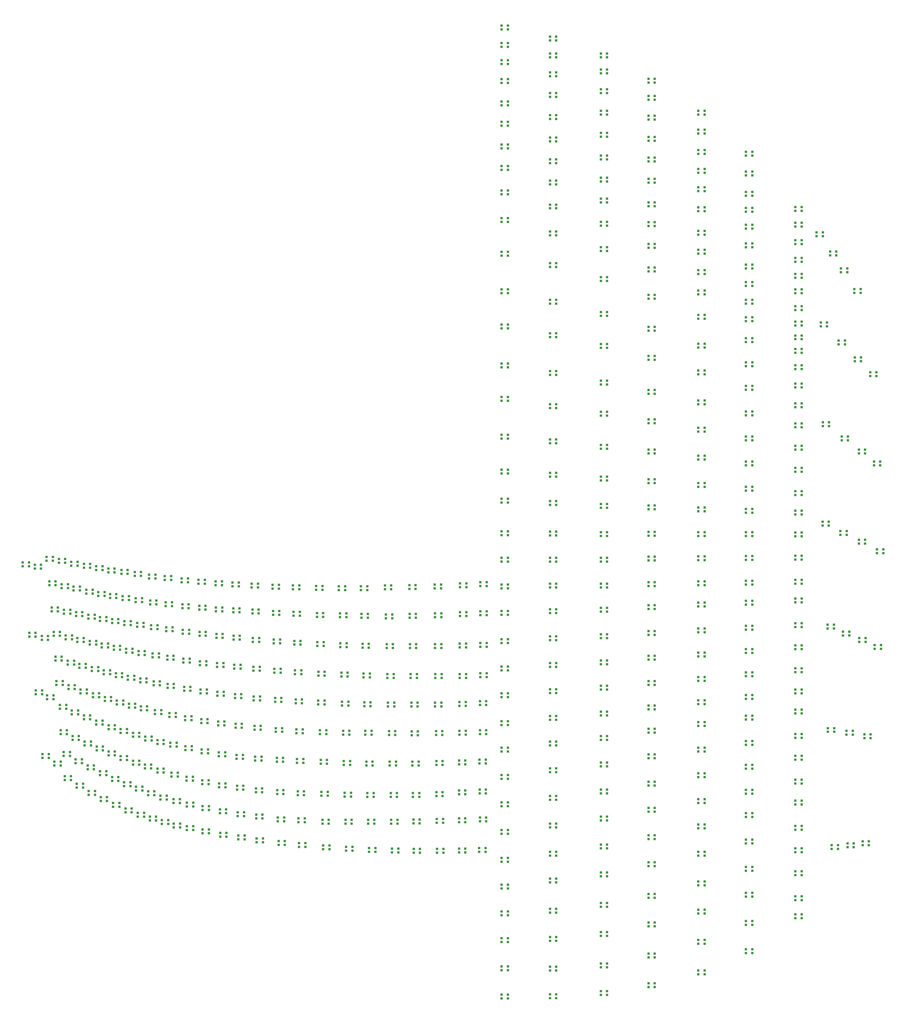
<source format=gtp>
G04 #@! TF.GenerationSoftware,KiCad,Pcbnew,(6.0.2)*
G04 #@! TF.CreationDate,2022-05-17T12:07:46-07:00*
G04 #@! TF.ProjectId,DaftPunkBackLayerBoard,44616674-5075-46e6-9b42-61636b4c6179,rev?*
G04 #@! TF.SameCoordinates,Original*
G04 #@! TF.FileFunction,Paste,Top*
G04 #@! TF.FilePolarity,Positive*
%FSLAX46Y46*%
G04 Gerber Fmt 4.6, Leading zero omitted, Abs format (unit mm)*
G04 Created by KiCad (PCBNEW (6.0.2)) date 2022-05-17 12:07:46*
%MOMM*%
%LPD*%
G01*
G04 APERTURE LIST*
%ADD10R,0.700000X0.700000*%
G04 APERTURE END LIST*
D10*
X75715000Y-262550000D03*
X75715000Y-261450000D03*
X73885000Y-261450000D03*
X73885000Y-262550000D03*
X277215000Y-308950000D03*
X277215000Y-307850000D03*
X275385000Y-307850000D03*
X275385000Y-308950000D03*
X234915000Y-79450000D03*
X234915000Y-78350000D03*
X233085000Y-78350000D03*
X233085000Y-79450000D03*
X124015000Y-283250000D03*
X124015000Y-282150000D03*
X122185000Y-282150000D03*
X122185000Y-283250000D03*
X234915000Y-160650000D03*
X234915000Y-159550000D03*
X233085000Y-159550000D03*
X233085000Y-160650000D03*
X172715000Y-237050000D03*
X172715000Y-235950000D03*
X170885000Y-235950000D03*
X170885000Y-237050000D03*
X89015000Y-220450000D03*
X89015000Y-219350000D03*
X87185000Y-219350000D03*
X87185000Y-220450000D03*
X220115000Y-233850000D03*
X220115000Y-232750000D03*
X218285000Y-232750000D03*
X218285000Y-233850000D03*
X85615000Y-219750000D03*
X85615000Y-218650000D03*
X83785000Y-218650000D03*
X83785000Y-219750000D03*
X291615000Y-158250000D03*
X291615000Y-157150000D03*
X289785000Y-157150000D03*
X289785000Y-158250000D03*
X291615000Y-195850000D03*
X291615000Y-194750000D03*
X289785000Y-194750000D03*
X289785000Y-195850000D03*
X291615000Y-222250000D03*
X291615000Y-221150000D03*
X289785000Y-221150000D03*
X289785000Y-222250000D03*
X152198522Y-219250000D03*
X152198522Y-218150000D03*
X150368522Y-218150000D03*
X150368522Y-219250000D03*
X263315000Y-125350000D03*
X263315000Y-124250000D03*
X261485000Y-124250000D03*
X261485000Y-125350000D03*
X291615000Y-235350000D03*
X291615000Y-234250000D03*
X289785000Y-234250000D03*
X289785000Y-235350000D03*
X220115000Y-305350000D03*
X220115000Y-304250000D03*
X218285000Y-304250000D03*
X218285000Y-305350000D03*
X277215000Y-122950000D03*
X277215000Y-121850000D03*
X275385000Y-121850000D03*
X275385000Y-122950000D03*
X277215000Y-243150000D03*
X277215000Y-242050000D03*
X275385000Y-242050000D03*
X275385000Y-243150000D03*
X99115000Y-207350000D03*
X99115000Y-206250000D03*
X97285000Y-206250000D03*
X97285000Y-207350000D03*
X146015000Y-244450000D03*
X146015000Y-243350000D03*
X144185000Y-243350000D03*
X144185000Y-244450000D03*
X92515000Y-221050000D03*
X92515000Y-219950000D03*
X90685000Y-219950000D03*
X90685000Y-221050000D03*
X304915000Y-118950000D03*
X304915000Y-117850000D03*
X303085000Y-117850000D03*
X303085000Y-118950000D03*
X206015000Y-53350000D03*
X206015000Y-52250000D03*
X204185000Y-52250000D03*
X204185000Y-53350000D03*
X263315000Y-223750000D03*
X263315000Y-222650000D03*
X261485000Y-222650000D03*
X261485000Y-223750000D03*
X220115000Y-56350000D03*
X220115000Y-55250000D03*
X218285000Y-55250000D03*
X218285000Y-56350000D03*
X96115000Y-221650000D03*
X96115000Y-220550000D03*
X94285000Y-220550000D03*
X94285000Y-221650000D03*
X133215000Y-210750000D03*
X133215000Y-209650000D03*
X131385000Y-209650000D03*
X131385000Y-210750000D03*
X75515000Y-224750000D03*
X75515000Y-223650000D03*
X73685000Y-223650000D03*
X73685000Y-224750000D03*
X234915000Y-210750000D03*
X234915000Y-209650000D03*
X233085000Y-209650000D03*
X233085000Y-210750000D03*
X291615000Y-142350000D03*
X291615000Y-141250000D03*
X289785000Y-141250000D03*
X289785000Y-142350000D03*
X234915000Y-105350000D03*
X234915000Y-104250000D03*
X233085000Y-104250000D03*
X233085000Y-105350000D03*
X76015000Y-231950000D03*
X76015000Y-230850000D03*
X74185000Y-230850000D03*
X74185000Y-231950000D03*
X145415000Y-218950000D03*
X145415000Y-217850000D03*
X143585000Y-217850000D03*
X143585000Y-218950000D03*
X193815000Y-228150000D03*
X193815000Y-227050000D03*
X191985000Y-227050000D03*
X191985000Y-228150000D03*
X206015000Y-266450000D03*
X206015000Y-265350000D03*
X204185000Y-265350000D03*
X204185000Y-266450000D03*
X234915000Y-61050000D03*
X234915000Y-59950000D03*
X233085000Y-59950000D03*
X233085000Y-61050000D03*
X263315000Y-188550000D03*
X263315000Y-187450000D03*
X261485000Y-187450000D03*
X261485000Y-188550000D03*
X234915000Y-217750000D03*
X234915000Y-216650000D03*
X233085000Y-216650000D03*
X233085000Y-217750000D03*
X310115000Y-197950000D03*
X310115000Y-196850000D03*
X308285000Y-196850000D03*
X308285000Y-197950000D03*
X277215000Y-111650000D03*
X277215000Y-110550000D03*
X275385000Y-110550000D03*
X275385000Y-111650000D03*
X291615000Y-147150000D03*
X291615000Y-146050000D03*
X289785000Y-146050000D03*
X289785000Y-147150000D03*
X179815000Y-253750000D03*
X179815000Y-252650000D03*
X177985000Y-252650000D03*
X177985000Y-253750000D03*
X220115000Y-168750000D03*
X220115000Y-167650000D03*
X218285000Y-167650000D03*
X218285000Y-168750000D03*
X234915000Y-255050000D03*
X234915000Y-253950000D03*
X233085000Y-253950000D03*
X233085000Y-255050000D03*
X248815000Y-162850000D03*
X248815000Y-161750000D03*
X246985000Y-161750000D03*
X246985000Y-162850000D03*
X291615000Y-152450000D03*
X291615000Y-151350000D03*
X289785000Y-151350000D03*
X289785000Y-152450000D03*
X123915000Y-276450000D03*
X123915000Y-275350000D03*
X122085000Y-275350000D03*
X122085000Y-276450000D03*
X114315000Y-281350000D03*
X114315000Y-280250000D03*
X112485000Y-280250000D03*
X112485000Y-281350000D03*
X89515000Y-228150000D03*
X89515000Y-227050000D03*
X87685000Y-227050000D03*
X87685000Y-228150000D03*
X73598522Y-243250000D03*
X73598522Y-242150000D03*
X71768522Y-242150000D03*
X71768522Y-243250000D03*
X186715000Y-237050000D03*
X186715000Y-235950000D03*
X184885000Y-235950000D03*
X184885000Y-237050000D03*
X248815000Y-291850000D03*
X248815000Y-290750000D03*
X246985000Y-290750000D03*
X246985000Y-291850000D03*
X291615000Y-129950000D03*
X291615000Y-128850000D03*
X289785000Y-128850000D03*
X289785000Y-129950000D03*
X98598522Y-262250000D03*
X98598522Y-261150000D03*
X96768522Y-261150000D03*
X96768522Y-262250000D03*
X172315000Y-219650000D03*
X172315000Y-218550000D03*
X170485000Y-218550000D03*
X170485000Y-219650000D03*
X113015000Y-216750000D03*
X113015000Y-215650000D03*
X111185000Y-215650000D03*
X111185000Y-216750000D03*
X79015000Y-225750000D03*
X79015000Y-224650000D03*
X77185000Y-224650000D03*
X77185000Y-225750000D03*
X118915000Y-275450000D03*
X118915000Y-274350000D03*
X117085000Y-274350000D03*
X117085000Y-275450000D03*
X113298522Y-232550000D03*
X113298522Y-231450000D03*
X111468522Y-231450000D03*
X111468522Y-232550000D03*
X83015000Y-234050000D03*
X83015000Y-232950000D03*
X81185000Y-232950000D03*
X81185000Y-234050000D03*
X263315000Y-210050000D03*
X263315000Y-208950000D03*
X261485000Y-208950000D03*
X261485000Y-210050000D03*
X109815000Y-265750000D03*
X109815000Y-264650000D03*
X107985000Y-264650000D03*
X107985000Y-265750000D03*
X220115000Y-218150000D03*
X220115000Y-217050000D03*
X218285000Y-217050000D03*
X218285000Y-218150000D03*
X193715000Y-253550000D03*
X193715000Y-252450000D03*
X191885000Y-252450000D03*
X191885000Y-253550000D03*
X206015000Y-298350000D03*
X206015000Y-297250000D03*
X204185000Y-297250000D03*
X204185000Y-298350000D03*
X199815000Y-236750000D03*
X199815000Y-235650000D03*
X197985000Y-235650000D03*
X197985000Y-236750000D03*
X220115000Y-210750000D03*
X220115000Y-209650000D03*
X218285000Y-209650000D03*
X218285000Y-210750000D03*
X146815000Y-279050000D03*
X146815000Y-277950000D03*
X144985000Y-277950000D03*
X144985000Y-279050000D03*
X263315000Y-251050000D03*
X263315000Y-249950000D03*
X261485000Y-249950000D03*
X261485000Y-251050000D03*
X234915000Y-66750000D03*
X234915000Y-65650000D03*
X233085000Y-65650000D03*
X233085000Y-66750000D03*
X277215000Y-285250000D03*
X277215000Y-284150000D03*
X275385000Y-284150000D03*
X275385000Y-285250000D03*
X220115000Y-186650000D03*
X220115000Y-185550000D03*
X218285000Y-185550000D03*
X218285000Y-186650000D03*
X234915000Y-131650000D03*
X234915000Y-130550000D03*
X233085000Y-130550000D03*
X233085000Y-131650000D03*
X291615000Y-164050000D03*
X291615000Y-162950000D03*
X289785000Y-162950000D03*
X289785000Y-164050000D03*
X77315000Y-246050000D03*
X77315000Y-244950000D03*
X75485000Y-244950000D03*
X75485000Y-246050000D03*
X187215000Y-287950000D03*
X187215000Y-286850000D03*
X185385000Y-286850000D03*
X185385000Y-287950000D03*
X248815000Y-111850000D03*
X248815000Y-110750000D03*
X246985000Y-110750000D03*
X246985000Y-111850000D03*
X206015000Y-156350000D03*
X206015000Y-155250000D03*
X204185000Y-155250000D03*
X204185000Y-156350000D03*
X172915000Y-245350000D03*
X172915000Y-244250000D03*
X171085000Y-244250000D03*
X171085000Y-245350000D03*
X291615000Y-228650000D03*
X291615000Y-227550000D03*
X289785000Y-227550000D03*
X289785000Y-228650000D03*
X291615000Y-267750000D03*
X291615000Y-266650000D03*
X289785000Y-266650000D03*
X289785000Y-267750000D03*
X263315000Y-73050000D03*
X263315000Y-71950000D03*
X261485000Y-71950000D03*
X261485000Y-73050000D03*
X220115000Y-51450000D03*
X220115000Y-50350000D03*
X218285000Y-50350000D03*
X218285000Y-51450000D03*
X206015000Y-76250000D03*
X206015000Y-75150000D03*
X204185000Y-75150000D03*
X204185000Y-76250000D03*
X98598522Y-254150000D03*
X98598522Y-253050000D03*
X96768522Y-253050000D03*
X96768522Y-254150000D03*
X206015000Y-125050000D03*
X206015000Y-123950000D03*
X204185000Y-123950000D03*
X204185000Y-125050000D03*
X108115000Y-216150000D03*
X108115000Y-215050000D03*
X106285000Y-215050000D03*
X106285000Y-216150000D03*
X112815000Y-209150000D03*
X112815000Y-208050000D03*
X110985000Y-208050000D03*
X110985000Y-209150000D03*
X291615000Y-260850000D03*
X291615000Y-259750000D03*
X289785000Y-259750000D03*
X289785000Y-260850000D03*
X186615000Y-228350000D03*
X186615000Y-227250000D03*
X184785000Y-227250000D03*
X184785000Y-228350000D03*
X291615000Y-189450000D03*
X291615000Y-188350000D03*
X289785000Y-188350000D03*
X289785000Y-189450000D03*
X277215000Y-139250000D03*
X277215000Y-138150000D03*
X275385000Y-138150000D03*
X275385000Y-139250000D03*
X263315000Y-140850000D03*
X263315000Y-139750000D03*
X261485000Y-139750000D03*
X261485000Y-140850000D03*
X234915000Y-179550000D03*
X234915000Y-178450000D03*
X233085000Y-178450000D03*
X233085000Y-179550000D03*
X140615000Y-270850000D03*
X140615000Y-269750000D03*
X138785000Y-269750000D03*
X138785000Y-270850000D03*
X234915000Y-112750000D03*
X234915000Y-111650000D03*
X233085000Y-111650000D03*
X233085000Y-112750000D03*
X206015000Y-258450000D03*
X206015000Y-257350000D03*
X204185000Y-257350000D03*
X204185000Y-258450000D03*
X123115000Y-233850000D03*
X123115000Y-232750000D03*
X121285000Y-232750000D03*
X121285000Y-233850000D03*
X220115000Y-249250000D03*
X220115000Y-248150000D03*
X218285000Y-248150000D03*
X218285000Y-249250000D03*
X206015000Y-82850000D03*
X206015000Y-81750000D03*
X204185000Y-81750000D03*
X204185000Y-82850000D03*
X102215000Y-255250000D03*
X102215000Y-254150000D03*
X100385000Y-254150000D03*
X100385000Y-255250000D03*
X82215000Y-268950000D03*
X82215000Y-267850000D03*
X80385000Y-267850000D03*
X80385000Y-268950000D03*
X159515000Y-245050000D03*
X159515000Y-243950000D03*
X157685000Y-243950000D03*
X157685000Y-245050000D03*
X220115000Y-108150000D03*
X220115000Y-107050000D03*
X218285000Y-107050000D03*
X218285000Y-108150000D03*
X133815000Y-243550000D03*
X133815000Y-242450000D03*
X131985000Y-242450000D03*
X131985000Y-243550000D03*
X277215000Y-209850000D03*
X277215000Y-208750000D03*
X275385000Y-208750000D03*
X275385000Y-209850000D03*
X206015000Y-185950000D03*
X206015000Y-184850000D03*
X204185000Y-184850000D03*
X204185000Y-185950000D03*
X139415000Y-218650000D03*
X139415000Y-217550000D03*
X137585000Y-217550000D03*
X137585000Y-218650000D03*
X84315000Y-249050000D03*
X84315000Y-247950000D03*
X82485000Y-247950000D03*
X82485000Y-249050000D03*
X220115000Y-61850000D03*
X220115000Y-60750000D03*
X218285000Y-60750000D03*
X218285000Y-61850000D03*
X234915000Y-121450000D03*
X234915000Y-120350000D03*
X233085000Y-120350000D03*
X233085000Y-121450000D03*
X92515000Y-267050000D03*
X92515000Y-265950000D03*
X90685000Y-265950000D03*
X90685000Y-267050000D03*
X186915000Y-253650000D03*
X186915000Y-252550000D03*
X185085000Y-252550000D03*
X185085000Y-253650000D03*
X166915000Y-271650000D03*
X166915000Y-270550000D03*
X165085000Y-270550000D03*
X165085000Y-271650000D03*
X105015000Y-247550000D03*
X105015000Y-246450000D03*
X103185000Y-246450000D03*
X103185000Y-247550000D03*
X129115000Y-277250000D03*
X129115000Y-276150000D03*
X127285000Y-276150000D03*
X127285000Y-277250000D03*
X220115000Y-80850000D03*
X220115000Y-79750000D03*
X218285000Y-79750000D03*
X218285000Y-80850000D03*
X110515000Y-280550000D03*
X110515000Y-279450000D03*
X108685000Y-279450000D03*
X108685000Y-280550000D03*
X80998522Y-255050000D03*
X80998522Y-253950000D03*
X79168522Y-253950000D03*
X79168522Y-255050000D03*
X113115000Y-224150000D03*
X113115000Y-223050000D03*
X111285000Y-223050000D03*
X111285000Y-224150000D03*
X133415000Y-218250000D03*
X133415000Y-217150000D03*
X131585000Y-217150000D03*
X131585000Y-218250000D03*
X234915000Y-247950000D03*
X234915000Y-246850000D03*
X233085000Y-246850000D03*
X233085000Y-247950000D03*
X220115000Y-264450000D03*
X220115000Y-263350000D03*
X218285000Y-263350000D03*
X218285000Y-264450000D03*
X108298522Y-223450000D03*
X108298522Y-222350000D03*
X106468522Y-222350000D03*
X106468522Y-223450000D03*
X86915000Y-242650000D03*
X86915000Y-241550000D03*
X85085000Y-241550000D03*
X85085000Y-242650000D03*
X128098522Y-234350000D03*
X128098522Y-233250000D03*
X126268522Y-233250000D03*
X126268522Y-234350000D03*
X291615000Y-241550000D03*
X291615000Y-240450000D03*
X289785000Y-240450000D03*
X289785000Y-241550000D03*
X291615000Y-247350000D03*
X291615000Y-246250000D03*
X289785000Y-246250000D03*
X289785000Y-247350000D03*
X220115000Y-93350000D03*
X220115000Y-92250000D03*
X218285000Y-92250000D03*
X218285000Y-93350000D03*
X140515000Y-261450000D03*
X140515000Y-260350000D03*
X138685000Y-260350000D03*
X138685000Y-261450000D03*
X117915000Y-217150000D03*
X117915000Y-216050000D03*
X116085000Y-216050000D03*
X116085000Y-217150000D03*
X263315000Y-78550000D03*
X263315000Y-77450000D03*
X261485000Y-77450000D03*
X261485000Y-78550000D03*
X173715000Y-271650000D03*
X173715000Y-270550000D03*
X171885000Y-270550000D03*
X171885000Y-271650000D03*
X152615000Y-236350000D03*
X152615000Y-235250000D03*
X150785000Y-235250000D03*
X150785000Y-236350000D03*
X234915000Y-329350000D03*
X234915000Y-328250000D03*
X233085000Y-328250000D03*
X233085000Y-329350000D03*
X248815000Y-283950000D03*
X248815000Y-282850000D03*
X246985000Y-282850000D03*
X246985000Y-283950000D03*
X199715000Y-278750000D03*
X199715000Y-277650000D03*
X197885000Y-277650000D03*
X197885000Y-278750000D03*
X160015000Y-262350000D03*
X160015000Y-261250000D03*
X158185000Y-261250000D03*
X158185000Y-262350000D03*
X277215000Y-249150000D03*
X277215000Y-248050000D03*
X275385000Y-248050000D03*
X275385000Y-249150000D03*
X145815000Y-235950000D03*
X145815000Y-234850000D03*
X143985000Y-234850000D03*
X143985000Y-235950000D03*
X134615000Y-284850000D03*
X134615000Y-283750000D03*
X132785000Y-283750000D03*
X132785000Y-284850000D03*
X291615000Y-202550000D03*
X291615000Y-201450000D03*
X289785000Y-201450000D03*
X289785000Y-202550000D03*
X220115000Y-256650000D03*
X220115000Y-255550000D03*
X218285000Y-255550000D03*
X218285000Y-256650000D03*
X78515000Y-218350000D03*
X78515000Y-217250000D03*
X76685000Y-217250000D03*
X76685000Y-218350000D03*
X173415000Y-262550000D03*
X173415000Y-261450000D03*
X171585000Y-261450000D03*
X171585000Y-262550000D03*
X152015000Y-211350000D03*
X152015000Y-210250000D03*
X150185000Y-210250000D03*
X150185000Y-211350000D03*
X304715000Y-195350000D03*
X304715000Y-194250000D03*
X302885000Y-194250000D03*
X302885000Y-195350000D03*
X248815000Y-86650000D03*
X248815000Y-85550000D03*
X246985000Y-85550000D03*
X246985000Y-86650000D03*
X199815000Y-218750000D03*
X199815000Y-217650000D03*
X197985000Y-217650000D03*
X197985000Y-218750000D03*
X291615000Y-177050000D03*
X291615000Y-175950000D03*
X289785000Y-175950000D03*
X289785000Y-177050000D03*
X87915000Y-205650000D03*
X87915000Y-204550000D03*
X86085000Y-204550000D03*
X86085000Y-205650000D03*
X86015000Y-227350000D03*
X86015000Y-226250000D03*
X84185000Y-226250000D03*
X84185000Y-227350000D03*
X97115000Y-237550000D03*
X97115000Y-236450000D03*
X95285000Y-236450000D03*
X95285000Y-237550000D03*
X234915000Y-303650000D03*
X234915000Y-302550000D03*
X233085000Y-302550000D03*
X233085000Y-303650000D03*
X291615000Y-294450000D03*
X291615000Y-293350000D03*
X289785000Y-293350000D03*
X289785000Y-294450000D03*
X108698522Y-239950000D03*
X108698522Y-238850000D03*
X106868522Y-238850000D03*
X106868522Y-239950000D03*
X234915000Y-312150000D03*
X234915000Y-311050000D03*
X233085000Y-311050000D03*
X233085000Y-312150000D03*
X134015000Y-252150000D03*
X134015000Y-251050000D03*
X132185000Y-251050000D03*
X132185000Y-252150000D03*
X248815000Y-318450000D03*
X248815000Y-317350000D03*
X246985000Y-317350000D03*
X246985000Y-318450000D03*
X248815000Y-216950000D03*
X248815000Y-215850000D03*
X246985000Y-215850000D03*
X246985000Y-216950000D03*
X263315000Y-195750000D03*
X263315000Y-194650000D03*
X261485000Y-194650000D03*
X261485000Y-195750000D03*
X106615000Y-272450000D03*
X106615000Y-271350000D03*
X104785000Y-271350000D03*
X104785000Y-272450000D03*
X118615000Y-258950000D03*
X118615000Y-257850000D03*
X116785000Y-257850000D03*
X116785000Y-258950000D03*
X263315000Y-216250000D03*
X263315000Y-215150000D03*
X261485000Y-215150000D03*
X261485000Y-216250000D03*
X248815000Y-309350000D03*
X248815000Y-308250000D03*
X246985000Y-308250000D03*
X246985000Y-309350000D03*
X277215000Y-167850000D03*
X277215000Y-166750000D03*
X275385000Y-166750000D03*
X275385000Y-167850000D03*
X248815000Y-126650000D03*
X248815000Y-125550000D03*
X246985000Y-125550000D03*
X246985000Y-126650000D03*
X248815000Y-195650000D03*
X248815000Y-194550000D03*
X246985000Y-194550000D03*
X246985000Y-195650000D03*
X314515000Y-175150000D03*
X314515000Y-174050000D03*
X312685000Y-174050000D03*
X312685000Y-175150000D03*
X152598522Y-244750000D03*
X152598522Y-243650000D03*
X150768522Y-243650000D03*
X150768522Y-244750000D03*
X306815000Y-286350000D03*
X306815000Y-285250000D03*
X304985000Y-285250000D03*
X304985000Y-286350000D03*
X70315000Y-241750000D03*
X70315000Y-240650000D03*
X68485000Y-240650000D03*
X68485000Y-241750000D03*
X206015000Y-242650000D03*
X206015000Y-241550000D03*
X204185000Y-241550000D03*
X204185000Y-242650000D03*
X206015000Y-63850000D03*
X206015000Y-62750000D03*
X204185000Y-62750000D03*
X204185000Y-63850000D03*
X83315000Y-241550000D03*
X83315000Y-240450000D03*
X81485000Y-240450000D03*
X81485000Y-241550000D03*
X103515000Y-278550000D03*
X103515000Y-277450000D03*
X101685000Y-277450000D03*
X101685000Y-278550000D03*
X313415000Y-149150000D03*
X313415000Y-148050000D03*
X311585000Y-148050000D03*
X311585000Y-149150000D03*
X234915000Y-233050000D03*
X234915000Y-231950000D03*
X233085000Y-231950000D03*
X233085000Y-233050000D03*
X291615000Y-170550000D03*
X291615000Y-169450000D03*
X289785000Y-169450000D03*
X289785000Y-170550000D03*
X206015000Y-195450000D03*
X206015000Y-194350000D03*
X204185000Y-194350000D03*
X204185000Y-195450000D03*
X145198522Y-211250000D03*
X145198522Y-210150000D03*
X143368522Y-210150000D03*
X143368522Y-211250000D03*
X118315000Y-241550000D03*
X118315000Y-240450000D03*
X116485000Y-240450000D03*
X116485000Y-241550000D03*
X220115000Y-128050000D03*
X220115000Y-126950000D03*
X218285000Y-126950000D03*
X218285000Y-128050000D03*
X199715000Y-253350000D03*
X199715000Y-252250000D03*
X197885000Y-252250000D03*
X197885000Y-253350000D03*
X263315000Y-113550000D03*
X263315000Y-112450000D03*
X261485000Y-112450000D03*
X261485000Y-113550000D03*
X193615000Y-287850000D03*
X193615000Y-286750000D03*
X191785000Y-286750000D03*
X191785000Y-287850000D03*
X104315000Y-231050000D03*
X104315000Y-229950000D03*
X102485000Y-229950000D03*
X102485000Y-231050000D03*
X79815000Y-240250000D03*
X79815000Y-239150000D03*
X77985000Y-239150000D03*
X77985000Y-240250000D03*
X234915000Y-286650000D03*
X234915000Y-285550000D03*
X233085000Y-285550000D03*
X233085000Y-286650000D03*
X66498522Y-204550000D03*
X66498522Y-203450000D03*
X64668522Y-203450000D03*
X64668522Y-204550000D03*
X89015000Y-265350000D03*
X89015000Y-264250000D03*
X87185000Y-264250000D03*
X87185000Y-265350000D03*
X248815000Y-92850000D03*
X248815000Y-91750000D03*
X246985000Y-91750000D03*
X246985000Y-92850000D03*
X291615000Y-110750000D03*
X291615000Y-109650000D03*
X289785000Y-109650000D03*
X289785000Y-110750000D03*
X248815000Y-80650000D03*
X248815000Y-79550000D03*
X246985000Y-79550000D03*
X246985000Y-80650000D03*
X123215000Y-242250000D03*
X123215000Y-241150000D03*
X121385000Y-241150000D03*
X121385000Y-242250000D03*
X100215000Y-230350000D03*
X100215000Y-229250000D03*
X98385000Y-229250000D03*
X98385000Y-230350000D03*
X220115000Y-330250000D03*
X220115000Y-329150000D03*
X218285000Y-329150000D03*
X218285000Y-330250000D03*
X263315000Y-323350000D03*
X263315000Y-322250000D03*
X261485000Y-322250000D03*
X261485000Y-323350000D03*
X220115000Y-67850000D03*
X220115000Y-66750000D03*
X218285000Y-66750000D03*
X218285000Y-67850000D03*
X93015000Y-228850000D03*
X93015000Y-227750000D03*
X91185000Y-227750000D03*
X91185000Y-228850000D03*
X118115000Y-233350000D03*
X118115000Y-232250000D03*
X116285000Y-232250000D03*
X116285000Y-233350000D03*
X277215000Y-84950000D03*
X277215000Y-83850000D03*
X275385000Y-83850000D03*
X275385000Y-84950000D03*
X103015000Y-271150000D03*
X103015000Y-270050000D03*
X101185000Y-270050000D03*
X101185000Y-271150000D03*
X248815000Y-68750000D03*
X248815000Y-67650000D03*
X246985000Y-67650000D03*
X246985000Y-68750000D03*
X158615000Y-211450000D03*
X158615000Y-210350000D03*
X156785000Y-210350000D03*
X156785000Y-211450000D03*
X99415000Y-214950000D03*
X99415000Y-213850000D03*
X97585000Y-213850000D03*
X97585000Y-214950000D03*
X248815000Y-99750000D03*
X248815000Y-98650000D03*
X246985000Y-98650000D03*
X246985000Y-99750000D03*
X80615000Y-204350000D03*
X80615000Y-203250000D03*
X78785000Y-203250000D03*
X78785000Y-204350000D03*
X311715000Y-254550000D03*
X311715000Y-253450000D03*
X309885000Y-253450000D03*
X309885000Y-254550000D03*
X96415000Y-276150000D03*
X96415000Y-275050000D03*
X94585000Y-275050000D03*
X94585000Y-276150000D03*
X193815000Y-237050000D03*
X193815000Y-235950000D03*
X191985000Y-235950000D03*
X191985000Y-237050000D03*
X105715000Y-256250000D03*
X105715000Y-255150000D03*
X103885000Y-255150000D03*
X103885000Y-256250000D03*
X277215000Y-256550000D03*
X277215000Y-255450000D03*
X275385000Y-255450000D03*
X275385000Y-256550000D03*
X103315000Y-208050000D03*
X103315000Y-206950000D03*
X101485000Y-206950000D03*
X101485000Y-208050000D03*
X291615000Y-125050000D03*
X291615000Y-123950000D03*
X289785000Y-123950000D03*
X289785000Y-125050000D03*
X263315000Y-101150000D03*
X263315000Y-100050000D03*
X261485000Y-100050000D03*
X261485000Y-101150000D03*
X114315000Y-274450000D03*
X114315000Y-273350000D03*
X112485000Y-273350000D03*
X112485000Y-274450000D03*
X206015000Y-89150000D03*
X206015000Y-88050000D03*
X204185000Y-88050000D03*
X204185000Y-89150000D03*
X99515000Y-269850000D03*
X99515000Y-268750000D03*
X97685000Y-268750000D03*
X97685000Y-269850000D03*
X89215000Y-272850000D03*
X89215000Y-271750000D03*
X87385000Y-271750000D03*
X87385000Y-272850000D03*
X310215000Y-226550000D03*
X310215000Y-225450000D03*
X308385000Y-225450000D03*
X308385000Y-226550000D03*
X153315000Y-262050000D03*
X153315000Y-260950000D03*
X151485000Y-260950000D03*
X151485000Y-262050000D03*
X206015000Y-226850000D03*
X206015000Y-225750000D03*
X204185000Y-225750000D03*
X204185000Y-226850000D03*
X113515000Y-240750000D03*
X113515000Y-239650000D03*
X111685000Y-239650000D03*
X111685000Y-240750000D03*
X220115000Y-148850000D03*
X220115000Y-147750000D03*
X218285000Y-147750000D03*
X218285000Y-148850000D03*
X220115000Y-195550000D03*
X220115000Y-194450000D03*
X218285000Y-194450000D03*
X218285000Y-195550000D03*
X277215000Y-106250000D03*
X277215000Y-105150000D03*
X275385000Y-105150000D03*
X275385000Y-106250000D03*
X84315000Y-204950000D03*
X84315000Y-203850000D03*
X82485000Y-203850000D03*
X82485000Y-204950000D03*
X291615000Y-301750000D03*
X291615000Y-300650000D03*
X289785000Y-300650000D03*
X289785000Y-301750000D03*
X172515000Y-228350000D03*
X172515000Y-227250000D03*
X170685000Y-227250000D03*
X170685000Y-228350000D03*
X277215000Y-188950000D03*
X277215000Y-187850000D03*
X275385000Y-187850000D03*
X275385000Y-188950000D03*
X234915000Y-98650000D03*
X234915000Y-97550000D03*
X233085000Y-97550000D03*
X233085000Y-98650000D03*
X69982044Y-205250000D03*
X69982044Y-204150000D03*
X68152044Y-204150000D03*
X68152044Y-205250000D03*
X82015000Y-219050000D03*
X82015000Y-217950000D03*
X80185000Y-217950000D03*
X80185000Y-219050000D03*
X311198522Y-285750000D03*
X311198522Y-284650000D03*
X309368522Y-284650000D03*
X309368522Y-285750000D03*
X263315000Y-258450000D03*
X263315000Y-257350000D03*
X261485000Y-257350000D03*
X261485000Y-258450000D03*
X133715000Y-234950000D03*
X133715000Y-233850000D03*
X131885000Y-233850000D03*
X131885000Y-234950000D03*
X291615000Y-209650000D03*
X291615000Y-208550000D03*
X289785000Y-208550000D03*
X289785000Y-209650000D03*
X186998522Y-271450000D03*
X186998522Y-270350000D03*
X185168522Y-270350000D03*
X185168522Y-271450000D03*
X248815000Y-105450000D03*
X248815000Y-104350000D03*
X246985000Y-104350000D03*
X246985000Y-105450000D03*
X139315000Y-211050000D03*
X139315000Y-209950000D03*
X137485000Y-209950000D03*
X137485000Y-211050000D03*
X291615000Y-306950000D03*
X291615000Y-305850000D03*
X289785000Y-305850000D03*
X289785000Y-306950000D03*
X104615000Y-239150000D03*
X104615000Y-238050000D03*
X102785000Y-238050000D03*
X102785000Y-239150000D03*
X206015000Y-167350000D03*
X206015000Y-166250000D03*
X204185000Y-166250000D03*
X204185000Y-167350000D03*
X167115000Y-279450000D03*
X167115000Y-278350000D03*
X165285000Y-278350000D03*
X165285000Y-279450000D03*
X248815000Y-135950000D03*
X248815000Y-134850000D03*
X246985000Y-134850000D03*
X246985000Y-135950000D03*
X206015000Y-48250000D03*
X206015000Y-47150000D03*
X204185000Y-47150000D03*
X204185000Y-48250000D03*
X146615000Y-271150000D03*
X146615000Y-270050000D03*
X144785000Y-270050000D03*
X144785000Y-271150000D03*
X139815000Y-235550000D03*
X139815000Y-234450000D03*
X137985000Y-234450000D03*
X137985000Y-235550000D03*
X263315000Y-297450000D03*
X263315000Y-296350000D03*
X261485000Y-296350000D03*
X261485000Y-297450000D03*
X206015000Y-234850000D03*
X206015000Y-233750000D03*
X204185000Y-233750000D03*
X204185000Y-234850000D03*
X291615000Y-120550000D03*
X291615000Y-119450000D03*
X289785000Y-119450000D03*
X289785000Y-120550000D03*
X291615000Y-101050000D03*
X291615000Y-99950000D03*
X289785000Y-99950000D03*
X289785000Y-101050000D03*
X220115000Y-272550000D03*
X220115000Y-271450000D03*
X218285000Y-271450000D03*
X218285000Y-272550000D03*
X105715000Y-264550000D03*
X105715000Y-263450000D03*
X103885000Y-263450000D03*
X103885000Y-264550000D03*
X301715000Y-114050000D03*
X301715000Y-112950000D03*
X299885000Y-112950000D03*
X299885000Y-114050000D03*
X234915000Y-225450000D03*
X234915000Y-224350000D03*
X233085000Y-224350000D03*
X233085000Y-225450000D03*
X310098522Y-171650000D03*
X310098522Y-170550000D03*
X308268522Y-170550000D03*
X308268522Y-171650000D03*
X179515000Y-237050000D03*
X179515000Y-235950000D03*
X177685000Y-235950000D03*
X177685000Y-237050000D03*
X193715000Y-245150000D03*
X193715000Y-244050000D03*
X191885000Y-244050000D03*
X191885000Y-245150000D03*
X159315000Y-236650000D03*
X159315000Y-235550000D03*
X157485000Y-235550000D03*
X157485000Y-236650000D03*
X248815000Y-202850000D03*
X248815000Y-201750000D03*
X246985000Y-201750000D03*
X246985000Y-202850000D03*
X220115000Y-158450000D03*
X220115000Y-157350000D03*
X218285000Y-157350000D03*
X218285000Y-158450000D03*
X277215000Y-236550000D03*
X277215000Y-235450000D03*
X275385000Y-235450000D03*
X275385000Y-236550000D03*
X234915000Y-92550000D03*
X234915000Y-91450000D03*
X233085000Y-91450000D03*
X233085000Y-92550000D03*
X146398522Y-261750000D03*
X146398522Y-260650000D03*
X144568522Y-260650000D03*
X144568522Y-261750000D03*
X76315000Y-239050000D03*
X76315000Y-237950000D03*
X74485000Y-237950000D03*
X74485000Y-239050000D03*
X277215000Y-101350000D03*
X277215000Y-100250000D03*
X275385000Y-100250000D03*
X275385000Y-101350000D03*
X248815000Y-63750000D03*
X248815000Y-62650000D03*
X246985000Y-62650000D03*
X246985000Y-63750000D03*
X220115000Y-100350000D03*
X220115000Y-99250000D03*
X218285000Y-99250000D03*
X218285000Y-100350000D03*
X128515000Y-251550000D03*
X128515000Y-250450000D03*
X126685000Y-250450000D03*
X126685000Y-251550000D03*
X234915000Y-294750000D03*
X234915000Y-293650000D03*
X233085000Y-293650000D03*
X233085000Y-294750000D03*
X166315000Y-253550000D03*
X166315000Y-252450000D03*
X164485000Y-252450000D03*
X164485000Y-253550000D03*
X74215000Y-210050000D03*
X74215000Y-208950000D03*
X72385000Y-208950000D03*
X72385000Y-210050000D03*
X91415000Y-206350000D03*
X91415000Y-205250000D03*
X89585000Y-205250000D03*
X89585000Y-206350000D03*
X167415000Y-287650000D03*
X167415000Y-286550000D03*
X165585000Y-286550000D03*
X165585000Y-287650000D03*
X87915000Y-250550000D03*
X87915000Y-249450000D03*
X86085000Y-249450000D03*
X86085000Y-250550000D03*
X263315000Y-305650000D03*
X263315000Y-304550000D03*
X261485000Y-304550000D03*
X261485000Y-305650000D03*
X90415000Y-243750000D03*
X90415000Y-242650000D03*
X88585000Y-242650000D03*
X88585000Y-243750000D03*
X96615000Y-229650000D03*
X96615000Y-228550000D03*
X94785000Y-228550000D03*
X94785000Y-229650000D03*
X234915000Y-321250000D03*
X234915000Y-320150000D03*
X233085000Y-320150000D03*
X233085000Y-321250000D03*
X117698522Y-209650000D03*
X117698522Y-208550000D03*
X115868522Y-208550000D03*
X115868522Y-209650000D03*
X234915000Y-86050000D03*
X234915000Y-84950000D03*
X233085000Y-84950000D03*
X233085000Y-86050000D03*
X291615000Y-138450000D03*
X291615000Y-137350000D03*
X289785000Y-137350000D03*
X289785000Y-138450000D03*
X234915000Y-270650000D03*
X234915000Y-269550000D03*
X233085000Y-269550000D03*
X233085000Y-270650000D03*
X206015000Y-70350000D03*
X206015000Y-69250000D03*
X204185000Y-69250000D03*
X204185000Y-70350000D03*
X291615000Y-287750000D03*
X291615000Y-286650000D03*
X289785000Y-286650000D03*
X289785000Y-287750000D03*
X263315000Y-95350000D03*
X263315000Y-94250000D03*
X261485000Y-94250000D03*
X261485000Y-95350000D03*
X263315000Y-132450000D03*
X263315000Y-131350000D03*
X261485000Y-131350000D03*
X261485000Y-132450000D03*
X234915000Y-170350000D03*
X234915000Y-169250000D03*
X233085000Y-169250000D03*
X233085000Y-170350000D03*
X199515000Y-287650000D03*
X199515000Y-286550000D03*
X197685000Y-286550000D03*
X197685000Y-287650000D03*
X277215000Y-317150000D03*
X277215000Y-316050000D03*
X275385000Y-316050000D03*
X275385000Y-317150000D03*
X153515000Y-271350000D03*
X153515000Y-270250000D03*
X151685000Y-270250000D03*
X151685000Y-271350000D03*
X186598522Y-245350000D03*
X186598522Y-244250000D03*
X184768522Y-244250000D03*
X184768522Y-245350000D03*
X206015000Y-330350000D03*
X206015000Y-329250000D03*
X204185000Y-329250000D03*
X204185000Y-330350000D03*
X248815000Y-260450000D03*
X248815000Y-259350000D03*
X246985000Y-259350000D03*
X246985000Y-260450000D03*
X248815000Y-252950000D03*
X248815000Y-251850000D03*
X246985000Y-251850000D03*
X246985000Y-252950000D03*
X165515000Y-228250000D03*
X165515000Y-227150000D03*
X163685000Y-227150000D03*
X163685000Y-228250000D03*
X90115000Y-235950000D03*
X90115000Y-234850000D03*
X88285000Y-234850000D03*
X88285000Y-235950000D03*
X302215000Y-286850000D03*
X302215000Y-285750000D03*
X300385000Y-285750000D03*
X300385000Y-286850000D03*
X166015000Y-245250000D03*
X166015000Y-244150000D03*
X164185000Y-244150000D03*
X164185000Y-245250000D03*
X193915000Y-219050000D03*
X193915000Y-217950000D03*
X192085000Y-217950000D03*
X192085000Y-219050000D03*
X234915000Y-195750000D03*
X234915000Y-194650000D03*
X233085000Y-194650000D03*
X233085000Y-195750000D03*
X123415000Y-250850000D03*
X123415000Y-249750000D03*
X121585000Y-249750000D03*
X121585000Y-250850000D03*
X179315000Y-228350000D03*
X179315000Y-227250000D03*
X177485000Y-227250000D03*
X177485000Y-228350000D03*
X277215000Y-90750000D03*
X277215000Y-89650000D03*
X275385000Y-89650000D03*
X275385000Y-90750000D03*
X206015000Y-282450000D03*
X206015000Y-281350000D03*
X204185000Y-281350000D03*
X204185000Y-282450000D03*
X114215000Y-266950000D03*
X114215000Y-265850000D03*
X112385000Y-265850000D03*
X112385000Y-266950000D03*
X85015000Y-212450000D03*
X85015000Y-211350000D03*
X83185000Y-211350000D03*
X83185000Y-212450000D03*
X291615000Y-115850000D03*
X291615000Y-114750000D03*
X289785000Y-114750000D03*
X289785000Y-115850000D03*
X305515000Y-224650000D03*
X305515000Y-223550000D03*
X303685000Y-223550000D03*
X303685000Y-224650000D03*
X92815000Y-274550000D03*
X92815000Y-273450000D03*
X90985000Y-273450000D03*
X90985000Y-274550000D03*
X129315000Y-284050000D03*
X129315000Y-282950000D03*
X127485000Y-282950000D03*
X127485000Y-284050000D03*
X277215000Y-146250000D03*
X277215000Y-145150000D03*
X275385000Y-145150000D03*
X275385000Y-146250000D03*
X193615000Y-270950000D03*
X193615000Y-269850000D03*
X191785000Y-269850000D03*
X191785000Y-270950000D03*
X220115000Y-322250000D03*
X220115000Y-321150000D03*
X218285000Y-321150000D03*
X218285000Y-322250000D03*
X277215000Y-133150000D03*
X277215000Y-132050000D03*
X275385000Y-132050000D03*
X275385000Y-133150000D03*
X172015000Y-211250000D03*
X172015000Y-210150000D03*
X170185000Y-210150000D03*
X170185000Y-211250000D03*
X165815000Y-236850000D03*
X165815000Y-235750000D03*
X163985000Y-235750000D03*
X163985000Y-236850000D03*
X81315000Y-211550000D03*
X81315000Y-210450000D03*
X79485000Y-210450000D03*
X79485000Y-211550000D03*
X100715000Y-238350000D03*
X100715000Y-237250000D03*
X98885000Y-237250000D03*
X98885000Y-238350000D03*
X306515000Y-253550000D03*
X306515000Y-252450000D03*
X304685000Y-252450000D03*
X304685000Y-253550000D03*
X263315000Y-119450000D03*
X263315000Y-118350000D03*
X261485000Y-118350000D03*
X261485000Y-119450000D03*
X122798522Y-217650000D03*
X122798522Y-216550000D03*
X120968522Y-216550000D03*
X120968522Y-217650000D03*
X314715000Y-228550000D03*
X314715000Y-227450000D03*
X312885000Y-227450000D03*
X312885000Y-228550000D03*
X110398522Y-273450000D03*
X110398522Y-272350000D03*
X108568522Y-272350000D03*
X108568522Y-273450000D03*
X248815000Y-171650000D03*
X248815000Y-170550000D03*
X246985000Y-170550000D03*
X246985000Y-171650000D03*
X220115000Y-87150000D03*
X220115000Y-86050000D03*
X218285000Y-86050000D03*
X218285000Y-87150000D03*
X315415000Y-200750000D03*
X315415000Y-199650000D03*
X313585000Y-199650000D03*
X313585000Y-200750000D03*
X91515000Y-251950000D03*
X91515000Y-250850000D03*
X89685000Y-250850000D03*
X89685000Y-251950000D03*
X153115000Y-253350000D03*
X153115000Y-252250000D03*
X151285000Y-252250000D03*
X151285000Y-253350000D03*
X299515000Y-192650000D03*
X299515000Y-191550000D03*
X297685000Y-191550000D03*
X297685000Y-192650000D03*
X263315000Y-202750000D03*
X263315000Y-201650000D03*
X261485000Y-201650000D03*
X261485000Y-202750000D03*
X128915000Y-269550000D03*
X128915000Y-268450000D03*
X127085000Y-268450000D03*
X127085000Y-269550000D03*
X206015000Y-135250000D03*
X206015000Y-134150000D03*
X204185000Y-134150000D03*
X204185000Y-135250000D03*
X220115000Y-280550000D03*
X220115000Y-279450000D03*
X218285000Y-279450000D03*
X218285000Y-280550000D03*
X193915000Y-210650000D03*
X193915000Y-209550000D03*
X192085000Y-209550000D03*
X192085000Y-210650000D03*
X193615000Y-279050000D03*
X193615000Y-277950000D03*
X191785000Y-277950000D03*
X191785000Y-279050000D03*
X291615000Y-273850000D03*
X291615000Y-272750000D03*
X289785000Y-272750000D03*
X289785000Y-273850000D03*
X277215000Y-277550000D03*
X277215000Y-276450000D03*
X275385000Y-276450000D03*
X275385000Y-277550000D03*
X193615000Y-262150000D03*
X193615000Y-261050000D03*
X191785000Y-261050000D03*
X191785000Y-262150000D03*
X186998522Y-262350000D03*
X186998522Y-261250000D03*
X185168522Y-261250000D03*
X185168522Y-262350000D03*
X308915000Y-144850000D03*
X308915000Y-143750000D03*
X307085000Y-143750000D03*
X307085000Y-144850000D03*
X140215000Y-252750000D03*
X140215000Y-251650000D03*
X138385000Y-251650000D03*
X138385000Y-252750000D03*
X118515000Y-250150000D03*
X118515000Y-249050000D03*
X116685000Y-249050000D03*
X116685000Y-250150000D03*
X248815000Y-180350000D03*
X248815000Y-179250000D03*
X246985000Y-179250000D03*
X246985000Y-180350000D03*
X81898522Y-261850000D03*
X81898522Y-260750000D03*
X80068522Y-260750000D03*
X80068522Y-261850000D03*
X291615000Y-183750000D03*
X291615000Y-182650000D03*
X289785000Y-182650000D03*
X289785000Y-183750000D03*
X152315000Y-227750000D03*
X152315000Y-226650000D03*
X150485000Y-226650000D03*
X150485000Y-227750000D03*
X140015000Y-243950000D03*
X140015000Y-242850000D03*
X138185000Y-242850000D03*
X138185000Y-243950000D03*
X206015000Y-290550000D03*
X206015000Y-289450000D03*
X204185000Y-289450000D03*
X204185000Y-290550000D03*
X85415000Y-263650000D03*
X85415000Y-262550000D03*
X83585000Y-262550000D03*
X83585000Y-263650000D03*
X93915000Y-244750000D03*
X93915000Y-243650000D03*
X92085000Y-243650000D03*
X92085000Y-244750000D03*
X206015000Y-104250000D03*
X206015000Y-103150000D03*
X204185000Y-103150000D03*
X204185000Y-104250000D03*
X134415000Y-270350000D03*
X134415000Y-269250000D03*
X132585000Y-269250000D03*
X132585000Y-270350000D03*
X248815000Y-268350000D03*
X248815000Y-267250000D03*
X246985000Y-267250000D03*
X246985000Y-268350000D03*
X85715000Y-271050000D03*
X85715000Y-269950000D03*
X83885000Y-269950000D03*
X83885000Y-271050000D03*
X263315000Y-148650000D03*
X263315000Y-147550000D03*
X261485000Y-147550000D03*
X261485000Y-148650000D03*
X199715000Y-244950000D03*
X199715000Y-243850000D03*
X197885000Y-243850000D03*
X197885000Y-244950000D03*
X93615000Y-236750000D03*
X93615000Y-235650000D03*
X91785000Y-235650000D03*
X91785000Y-236750000D03*
X301115000Y-252750000D03*
X301115000Y-251650000D03*
X299285000Y-251650000D03*
X299285000Y-252750000D03*
X308815000Y-124950000D03*
X308815000Y-123850000D03*
X306985000Y-123850000D03*
X306985000Y-124950000D03*
X147015000Y-286250000D03*
X147015000Y-285150000D03*
X145185000Y-285150000D03*
X145185000Y-286250000D03*
X118898522Y-282250000D03*
X118898522Y-281150000D03*
X117068522Y-281150000D03*
X117068522Y-282250000D03*
X74915000Y-217650000D03*
X74915000Y-216550000D03*
X73085000Y-216550000D03*
X73085000Y-217650000D03*
X102098522Y-263350000D03*
X102098522Y-262250000D03*
X100268522Y-262250000D03*
X100268522Y-263350000D03*
X86615000Y-235050000D03*
X86615000Y-233950000D03*
X84785000Y-233950000D03*
X84785000Y-235050000D03*
X234915000Y-151650000D03*
X234915000Y-150550000D03*
X233085000Y-150550000D03*
X233085000Y-151650000D03*
X248815000Y-246150000D03*
X248815000Y-245050000D03*
X246985000Y-245050000D03*
X246985000Y-246150000D03*
X160315000Y-271550000D03*
X160315000Y-270450000D03*
X158485000Y-270450000D03*
X158485000Y-271550000D03*
X220115000Y-137850000D03*
X220115000Y-136750000D03*
X218285000Y-136750000D03*
X218285000Y-137850000D03*
X88515000Y-213150000D03*
X88515000Y-212050000D03*
X86685000Y-212050000D03*
X86685000Y-213150000D03*
X248815000Y-118650000D03*
X248815000Y-117550000D03*
X246985000Y-117550000D03*
X246985000Y-118650000D03*
X160715000Y-287350000D03*
X160715000Y-286250000D03*
X158885000Y-286250000D03*
X158885000Y-287350000D03*
X277215000Y-153150000D03*
X277215000Y-152050000D03*
X275385000Y-152050000D03*
X275385000Y-153150000D03*
X95215000Y-206750000D03*
X95215000Y-205650000D03*
X93385000Y-205650000D03*
X93385000Y-206750000D03*
X301015000Y-222650000D03*
X301015000Y-221550000D03*
X299185000Y-221550000D03*
X299185000Y-222650000D03*
X166615000Y-262550000D03*
X166615000Y-261450000D03*
X164785000Y-261450000D03*
X164785000Y-262550000D03*
X248815000Y-275950000D03*
X248815000Y-274850000D03*
X246985000Y-274850000D03*
X246985000Y-275950000D03*
X234915000Y-140950000D03*
X234915000Y-139850000D03*
X233085000Y-139850000D03*
X233085000Y-140950000D03*
X220115000Y-313550000D03*
X220115000Y-312450000D03*
X218285000Y-312450000D03*
X218285000Y-313550000D03*
X186515000Y-210950000D03*
X186515000Y-209850000D03*
X184685000Y-209850000D03*
X184685000Y-210950000D03*
X206015000Y-306150000D03*
X206015000Y-305050000D03*
X204185000Y-305050000D03*
X204185000Y-306150000D03*
X68398522Y-225050000D03*
X68398522Y-223950000D03*
X66568522Y-223950000D03*
X66568522Y-225050000D03*
X291615000Y-105650000D03*
X291615000Y-104550000D03*
X289785000Y-104550000D03*
X289785000Y-105650000D03*
X263315000Y-157350000D03*
X263315000Y-156250000D03*
X261485000Y-156250000D03*
X261485000Y-157350000D03*
X234915000Y-203150000D03*
X234915000Y-202050000D03*
X233085000Y-202050000D03*
X233085000Y-203150000D03*
X109215000Y-248350000D03*
X109215000Y-247250000D03*
X107385000Y-247250000D03*
X107385000Y-248350000D03*
X220115000Y-241450000D03*
X220115000Y-240350000D03*
X218285000Y-240350000D03*
X218285000Y-241450000D03*
X77515000Y-253350000D03*
X77515000Y-252250000D03*
X75685000Y-252250000D03*
X75685000Y-253350000D03*
X179215000Y-219550000D03*
X179215000Y-218450000D03*
X177385000Y-218450000D03*
X177385000Y-219550000D03*
X79615000Y-233150000D03*
X79615000Y-232050000D03*
X77785000Y-232050000D03*
X77785000Y-233150000D03*
X154015000Y-286950000D03*
X154015000Y-285850000D03*
X152185000Y-285850000D03*
X152185000Y-286950000D03*
X180315000Y-279350000D03*
X180315000Y-278250000D03*
X178485000Y-278250000D03*
X178485000Y-279350000D03*
X277215000Y-263450000D03*
X277215000Y-262350000D03*
X275385000Y-262350000D03*
X275385000Y-263450000D03*
X95615000Y-214350000D03*
X95615000Y-213250000D03*
X93785000Y-213250000D03*
X93785000Y-214350000D03*
X277215000Y-300750000D03*
X277215000Y-299650000D03*
X275385000Y-299650000D03*
X275385000Y-300750000D03*
X263315000Y-181450000D03*
X263315000Y-180350000D03*
X261485000Y-180350000D03*
X261485000Y-181450000D03*
X220115000Y-178450000D03*
X220115000Y-177350000D03*
X218285000Y-177350000D03*
X218285000Y-178450000D03*
X173815000Y-279450000D03*
X173815000Y-278350000D03*
X171985000Y-278350000D03*
X171985000Y-279450000D03*
X123715000Y-268850000D03*
X123715000Y-267750000D03*
X121885000Y-267750000D03*
X121885000Y-268850000D03*
X220115000Y-74350000D03*
X220115000Y-73250000D03*
X218285000Y-73250000D03*
X218285000Y-74350000D03*
X78715000Y-266750000D03*
X78715000Y-265650000D03*
X76885000Y-265650000D03*
X76885000Y-266750000D03*
X263315000Y-273450000D03*
X263315000Y-272350000D03*
X261485000Y-272350000D03*
X261485000Y-273450000D03*
X127615000Y-210350000D03*
X127615000Y-209250000D03*
X125785000Y-209250000D03*
X125785000Y-210350000D03*
X263315000Y-265950000D03*
X263315000Y-264850000D03*
X261485000Y-264850000D03*
X261485000Y-265950000D03*
X127815000Y-217950000D03*
X127815000Y-216850000D03*
X125985000Y-216850000D03*
X125985000Y-217950000D03*
X127915000Y-225850000D03*
X127915000Y-224750000D03*
X126085000Y-224750000D03*
X126085000Y-225850000D03*
X277215000Y-229750000D03*
X277215000Y-228650000D03*
X275385000Y-228650000D03*
X275385000Y-229750000D03*
X159815000Y-253550000D03*
X159815000Y-252450000D03*
X157985000Y-252450000D03*
X157985000Y-253550000D03*
X277215000Y-293150000D03*
X277215000Y-292050000D03*
X275385000Y-292050000D03*
X275385000Y-293150000D03*
X206015000Y-203150000D03*
X206015000Y-202050000D03*
X204185000Y-202050000D03*
X204185000Y-203150000D03*
X95015000Y-253050000D03*
X95015000Y-251950000D03*
X93185000Y-251950000D03*
X93185000Y-253050000D03*
X297815000Y-108450000D03*
X297815000Y-107350000D03*
X295985000Y-107350000D03*
X295985000Y-108450000D03*
X99815000Y-222150000D03*
X99815000Y-221050000D03*
X97985000Y-221050000D03*
X97985000Y-222150000D03*
X220115000Y-203150000D03*
X220115000Y-202050000D03*
X218285000Y-202050000D03*
X218285000Y-203150000D03*
X277215000Y-96700000D03*
X277215000Y-95600000D03*
X275385000Y-95600000D03*
X275385000Y-96700000D03*
X206015000Y-146650000D03*
X206015000Y-145550000D03*
X204185000Y-145550000D03*
X204185000Y-146650000D03*
X96015000Y-268550000D03*
X96015000Y-267450000D03*
X94185000Y-267450000D03*
X94185000Y-268550000D03*
X206015000Y-96250000D03*
X206015000Y-95150000D03*
X204185000Y-95150000D03*
X204185000Y-96250000D03*
X291615000Y-254450000D03*
X291615000Y-253350000D03*
X289785000Y-253350000D03*
X289785000Y-254450000D03*
X199598522Y-261950000D03*
X199598522Y-260850000D03*
X197768522Y-260850000D03*
X197768522Y-261950000D03*
X159015000Y-228050000D03*
X159015000Y-226950000D03*
X157185000Y-226950000D03*
X157185000Y-228050000D03*
X107015000Y-279550000D03*
X107015000Y-278450000D03*
X105185000Y-278450000D03*
X105185000Y-279550000D03*
X97415000Y-245650000D03*
X97415000Y-244550000D03*
X95585000Y-244550000D03*
X95585000Y-245650000D03*
X118015000Y-224750000D03*
X118015000Y-223650000D03*
X116185000Y-223650000D03*
X116185000Y-224750000D03*
X165015000Y-211450000D03*
X165015000Y-210350000D03*
X163185000Y-210350000D03*
X163185000Y-211450000D03*
X133515000Y-226550000D03*
X133515000Y-225450000D03*
X131685000Y-225450000D03*
X131685000Y-226550000D03*
X277215000Y-160550000D03*
X277215000Y-159450000D03*
X275385000Y-159450000D03*
X275385000Y-160550000D03*
X234915000Y-278550000D03*
X234915000Y-277450000D03*
X233085000Y-277450000D03*
X233085000Y-278550000D03*
X206015000Y-274350000D03*
X206015000Y-273250000D03*
X204185000Y-273250000D03*
X204185000Y-274350000D03*
X153815000Y-279450000D03*
X153815000Y-278350000D03*
X151985000Y-278350000D03*
X151985000Y-279450000D03*
X109515000Y-257050000D03*
X109515000Y-255950000D03*
X107685000Y-255950000D03*
X107685000Y-257050000D03*
X220115000Y-296550000D03*
X220115000Y-295450000D03*
X218285000Y-295450000D03*
X218285000Y-296550000D03*
X186598522Y-219350000D03*
X186598522Y-218250000D03*
X184768522Y-218250000D03*
X184768522Y-219350000D03*
X103615000Y-215650000D03*
X103615000Y-214550000D03*
X101785000Y-214550000D03*
X101785000Y-215650000D03*
X234915000Y-262750000D03*
X234915000Y-261650000D03*
X233085000Y-261650000D03*
X233085000Y-262750000D03*
X72215000Y-260350000D03*
X72215000Y-259250000D03*
X70385000Y-259250000D03*
X70385000Y-260350000D03*
X234915000Y-56350000D03*
X234915000Y-55250000D03*
X233085000Y-55250000D03*
X233085000Y-56350000D03*
X100915000Y-246450000D03*
X100915000Y-245350000D03*
X99085000Y-245350000D03*
X99085000Y-246450000D03*
X180415000Y-287950000D03*
X180415000Y-286850000D03*
X178585000Y-286850000D03*
X178585000Y-287950000D03*
X277215000Y-215750000D03*
X277215000Y-214650000D03*
X275385000Y-214650000D03*
X275385000Y-215750000D03*
X82415000Y-226550000D03*
X82415000Y-225450000D03*
X80585000Y-225450000D03*
X80585000Y-226550000D03*
X180215000Y-271650000D03*
X180215000Y-270550000D03*
X178385000Y-270550000D03*
X178385000Y-271650000D03*
X277215000Y-222950000D03*
X277215000Y-221850000D03*
X275385000Y-221850000D03*
X275385000Y-222950000D03*
X91515000Y-259550000D03*
X91515000Y-258450000D03*
X89685000Y-258450000D03*
X89685000Y-259550000D03*
X206015000Y-114150000D03*
X206015000Y-113050000D03*
X204185000Y-113050000D03*
X204185000Y-114150000D03*
X263315000Y-108050000D03*
X263315000Y-106950000D03*
X261485000Y-106950000D03*
X261485000Y-108050000D03*
X263315000Y-230750000D03*
X263315000Y-229650000D03*
X261485000Y-229650000D03*
X261485000Y-230750000D03*
X160515000Y-279450000D03*
X160515000Y-278350000D03*
X158685000Y-278350000D03*
X158685000Y-279450000D03*
X220115000Y-288750000D03*
X220115000Y-287650000D03*
X218285000Y-287650000D03*
X218285000Y-288750000D03*
X180015000Y-262550000D03*
X180015000Y-261450000D03*
X178185000Y-261450000D03*
X178185000Y-262550000D03*
X263315000Y-288750000D03*
X263315000Y-287650000D03*
X261485000Y-287650000D03*
X261485000Y-288750000D03*
X145615000Y-227350000D03*
X145615000Y-226250000D03*
X143785000Y-226250000D03*
X143785000Y-227350000D03*
X234915000Y-187550000D03*
X234915000Y-186450000D03*
X233085000Y-186450000D03*
X233085000Y-187550000D03*
X248815000Y-327050000D03*
X248815000Y-325950000D03*
X246985000Y-325950000D03*
X246985000Y-327050000D03*
X100015000Y-277450000D03*
X100015000Y-276350000D03*
X98185000Y-276350000D03*
X98185000Y-277450000D03*
X220115000Y-226050000D03*
X220115000Y-224950000D03*
X218285000Y-224950000D03*
X218285000Y-226050000D03*
X199815000Y-227950000D03*
X199815000Y-226850000D03*
X197985000Y-226850000D03*
X197985000Y-227950000D03*
X179715000Y-245350000D03*
X179715000Y-244250000D03*
X177885000Y-244250000D03*
X177885000Y-245350000D03*
X199615000Y-270650000D03*
X199615000Y-269550000D03*
X197785000Y-269550000D03*
X197785000Y-270650000D03*
X206015000Y-177550000D03*
X206015000Y-176450000D03*
X204185000Y-176450000D03*
X204185000Y-177550000D03*
X122715000Y-210050000D03*
X122715000Y-208950000D03*
X120885000Y-208950000D03*
X120885000Y-210050000D03*
X263315000Y-237850000D03*
X263315000Y-236750000D03*
X261485000Y-236750000D03*
X261485000Y-237850000D03*
X173215000Y-253650000D03*
X173215000Y-252550000D03*
X171385000Y-252550000D03*
X171385000Y-253650000D03*
X84515000Y-256650000D03*
X84515000Y-255550000D03*
X82685000Y-255550000D03*
X82685000Y-256650000D03*
X277215000Y-117850000D03*
X277215000Y-116750000D03*
X275385000Y-116750000D03*
X275385000Y-117850000D03*
X108615000Y-231750000D03*
X108615000Y-230650000D03*
X106785000Y-230650000D03*
X106785000Y-231750000D03*
X179115000Y-211150000D03*
X179115000Y-210050000D03*
X177285000Y-210050000D03*
X177285000Y-211150000D03*
X128815000Y-260550000D03*
X128815000Y-259450000D03*
X126985000Y-259450000D03*
X126985000Y-260550000D03*
X206015000Y-210950000D03*
X206015000Y-209850000D03*
X204185000Y-209850000D03*
X204185000Y-210950000D03*
X248815000Y-239050000D03*
X248815000Y-237950000D03*
X246985000Y-237950000D03*
X246985000Y-239050000D03*
X134515000Y-277950000D03*
X134515000Y-276850000D03*
X132685000Y-276850000D03*
X132685000Y-277950000D03*
X291615000Y-134450000D03*
X291615000Y-133350000D03*
X289785000Y-133350000D03*
X289785000Y-134450000D03*
X118815000Y-267950000D03*
X118815000Y-266850000D03*
X116985000Y-266850000D03*
X116985000Y-267950000D03*
X113815000Y-249350000D03*
X113815000Y-248250000D03*
X111985000Y-248250000D03*
X111985000Y-249350000D03*
X277215000Y-270750000D03*
X277215000Y-269650000D03*
X275385000Y-269650000D03*
X275385000Y-270750000D03*
X95015000Y-260950000D03*
X95015000Y-259850000D03*
X93185000Y-259850000D03*
X93185000Y-260950000D03*
X277215000Y-175150000D03*
X277215000Y-174050000D03*
X275385000Y-174050000D03*
X275385000Y-175150000D03*
X206015000Y-322150000D03*
X206015000Y-321050000D03*
X204185000Y-321050000D03*
X204185000Y-322150000D03*
X299015000Y-134650000D03*
X299015000Y-133550000D03*
X297185000Y-133550000D03*
X297185000Y-134650000D03*
X122915000Y-225350000D03*
X122915000Y-224250000D03*
X121085000Y-224250000D03*
X121085000Y-225350000D03*
X248815000Y-210250000D03*
X248815000Y-209150000D03*
X246985000Y-209150000D03*
X246985000Y-210250000D03*
X248815000Y-231750000D03*
X248815000Y-230650000D03*
X246985000Y-230650000D03*
X246985000Y-231750000D03*
X263315000Y-280850000D03*
X263315000Y-279750000D03*
X261485000Y-279750000D03*
X261485000Y-280850000D03*
X234915000Y-73050000D03*
X234915000Y-71950000D03*
X233085000Y-71950000D03*
X233085000Y-73050000D03*
X139615000Y-226950000D03*
X139615000Y-225850000D03*
X137785000Y-225850000D03*
X137785000Y-226950000D03*
X91915000Y-213750000D03*
X91915000Y-212650000D03*
X90085000Y-212650000D03*
X90085000Y-213750000D03*
X291615000Y-281250000D03*
X291615000Y-280150000D03*
X289785000Y-280150000D03*
X289785000Y-281250000D03*
X304215000Y-139950000D03*
X304215000Y-138850000D03*
X302385000Y-138850000D03*
X302385000Y-139950000D03*
X123615000Y-259850000D03*
X123615000Y-258750000D03*
X121785000Y-258750000D03*
X121785000Y-259850000D03*
X291615000Y-215050000D03*
X291615000Y-213950000D03*
X289785000Y-213950000D03*
X289785000Y-215050000D03*
X206015000Y-313950000D03*
X206015000Y-312850000D03*
X204185000Y-312850000D03*
X204185000Y-313950000D03*
X277215000Y-182550000D03*
X277215000Y-181450000D03*
X275385000Y-181450000D03*
X275385000Y-182550000D03*
X206015000Y-218650000D03*
X206015000Y-217550000D03*
X204185000Y-217550000D03*
X204185000Y-218650000D03*
X187115000Y-279250000D03*
X187115000Y-278150000D03*
X185285000Y-278150000D03*
X185285000Y-279250000D03*
X134215000Y-261050000D03*
X134215000Y-259950000D03*
X132385000Y-259950000D03*
X132385000Y-261050000D03*
X277215000Y-128050000D03*
X277215000Y-126950000D03*
X275385000Y-126950000D03*
X275385000Y-128050000D03*
X248815000Y-187950000D03*
X248815000Y-186850000D03*
X246985000Y-186850000D03*
X246985000Y-187950000D03*
X263315000Y-89950000D03*
X263315000Y-88850000D03*
X261485000Y-88850000D03*
X261485000Y-89950000D03*
X248815000Y-154350000D03*
X248815000Y-153250000D03*
X246985000Y-153250000D03*
X246985000Y-154350000D03*
X220115000Y-117450000D03*
X220115000Y-116350000D03*
X218285000Y-116350000D03*
X218285000Y-117450000D03*
X103915000Y-222850000D03*
X103915000Y-221750000D03*
X102085000Y-221750000D03*
X102085000Y-222850000D03*
X77815000Y-210850000D03*
X77815000Y-209750000D03*
X75985000Y-209750000D03*
X75985000Y-210850000D03*
X199815000Y-210250000D03*
X199815000Y-209150000D03*
X197985000Y-209150000D03*
X197985000Y-210250000D03*
X165215000Y-219550000D03*
X165215000Y-218450000D03*
X163385000Y-218450000D03*
X163385000Y-219550000D03*
X107898522Y-208550000D03*
X107898522Y-207450000D03*
X106068522Y-207450000D03*
X106068522Y-208550000D03*
X305115000Y-167850000D03*
X305115000Y-166750000D03*
X303285000Y-166750000D03*
X303285000Y-167850000D03*
X248815000Y-74450000D03*
X248815000Y-73350000D03*
X246985000Y-73350000D03*
X246985000Y-74450000D03*
X113915000Y-258050000D03*
X113915000Y-256950000D03*
X112085000Y-256950000D03*
X112085000Y-258050000D03*
X263315000Y-165350000D03*
X263315000Y-164250000D03*
X261485000Y-164250000D03*
X261485000Y-165350000D03*
X248815000Y-224550000D03*
X248815000Y-223450000D03*
X246985000Y-223450000D03*
X246985000Y-224550000D03*
X140815000Y-278750000D03*
X140815000Y-277650000D03*
X138985000Y-277650000D03*
X138985000Y-278750000D03*
X299615000Y-163750000D03*
X299615000Y-162650000D03*
X297785000Y-162650000D03*
X297785000Y-163750000D03*
X248815000Y-301050000D03*
X248815000Y-299950000D03*
X246985000Y-299950000D03*
X246985000Y-301050000D03*
X174115000Y-287850000D03*
X174115000Y-286750000D03*
X172285000Y-286750000D03*
X172285000Y-287850000D03*
X234915000Y-240450000D03*
X234915000Y-239350000D03*
X233085000Y-239350000D03*
X233085000Y-240450000D03*
X88015000Y-258150000D03*
X88015000Y-257050000D03*
X86185000Y-257050000D03*
X86185000Y-258150000D03*
X78415000Y-259750000D03*
X78415000Y-258650000D03*
X76585000Y-258650000D03*
X76585000Y-259750000D03*
X158915000Y-219350000D03*
X158915000Y-218250000D03*
X157085000Y-218250000D03*
X157085000Y-219350000D03*
X206015000Y-58350000D03*
X206015000Y-57250000D03*
X204185000Y-57250000D03*
X204185000Y-58350000D03*
X248815000Y-144450000D03*
X248815000Y-143350000D03*
X246985000Y-143350000D03*
X246985000Y-144450000D03*
X77015000Y-203550000D03*
X77015000Y-202450000D03*
X75185000Y-202450000D03*
X75185000Y-203550000D03*
X141015000Y-285650000D03*
X141015000Y-284550000D03*
X139185000Y-284550000D03*
X139185000Y-285650000D03*
X263315000Y-173450000D03*
X263315000Y-172350000D03*
X261485000Y-172350000D03*
X261485000Y-173450000D03*
X263315000Y-314450000D03*
X263315000Y-313350000D03*
X261485000Y-313350000D03*
X261485000Y-314450000D03*
X72015000Y-225950000D03*
X72015000Y-224850000D03*
X70185000Y-224850000D03*
X70185000Y-225950000D03*
X73415000Y-202950000D03*
X73415000Y-201850000D03*
X71585000Y-201850000D03*
X71585000Y-202950000D03*
X277215000Y-195750000D03*
X277215000Y-194650000D03*
X275385000Y-194650000D03*
X275385000Y-195750000D03*
X80815000Y-247650000D03*
X80815000Y-246550000D03*
X78985000Y-246550000D03*
X78985000Y-247650000D03*
X263315000Y-244650000D03*
X263315000Y-243550000D03*
X261485000Y-243550000D03*
X261485000Y-244650000D03*
X263315000Y-84450000D03*
X263315000Y-83350000D03*
X261485000Y-83350000D03*
X261485000Y-84450000D03*
X146215000Y-253150000D03*
X146215000Y-252050000D03*
X144385000Y-252050000D03*
X144385000Y-253150000D03*
X206015000Y-250750000D03*
X206015000Y-249650000D03*
X204185000Y-249650000D03*
X204185000Y-250750000D03*
X128315000Y-242850000D03*
X128315000Y-241750000D03*
X126485000Y-241750000D03*
X126485000Y-242850000D03*
X277215000Y-202650000D03*
X277215000Y-201550000D03*
X275385000Y-201550000D03*
X275385000Y-202650000D03*
M02*

</source>
